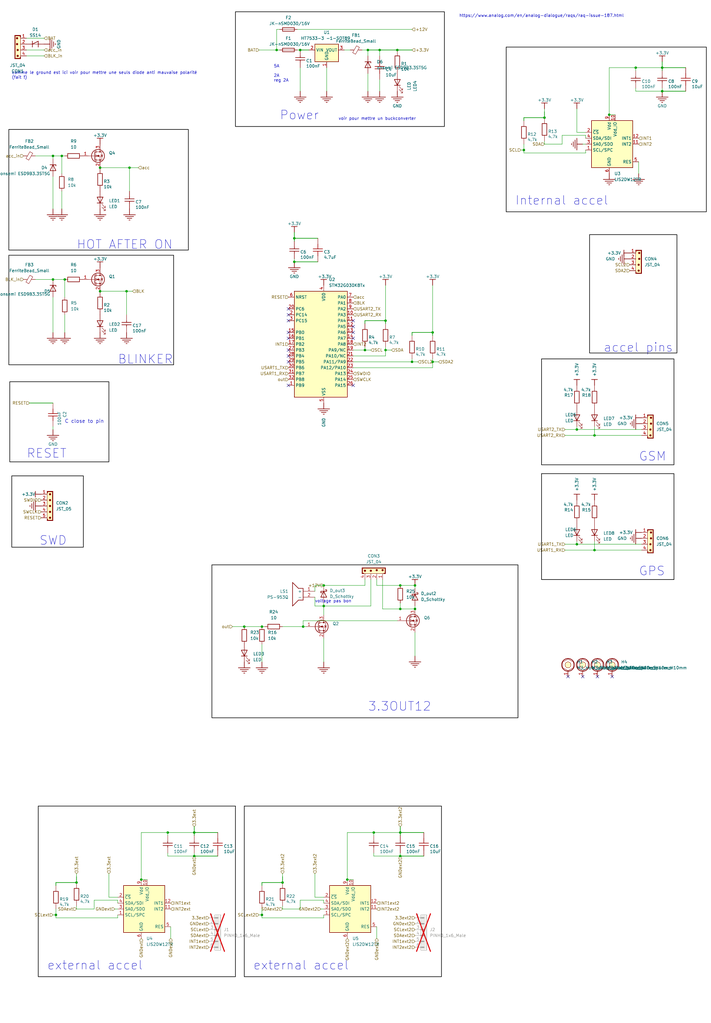
<source format=kicad_sch>
(kicad_sch (version 20231120) (generator "eeschema") (generator_version "8.0")
  (paper "User" 306.807 441.655)
  (junction (at 130.81 270.51))
  (junction (at 177.8 156.21))
  (junction (at 43.18 125.73))
  (junction (at 234.95 50.8))
  (junction (at 113.03 394.97))
  (junction (at 60.96 379.73))
  (junction (at 22.86 120.65))
  (junction (at 262.89 49.53))
  (junction (at 83.82 369.57))
  (junction (at 248.92 185.42))
  (junction (at 171.45 21.59))
  (junction (at 172.72 262.89))
  (junction (at 43.18 72.39))
  (junction (at 105.41 270.51))
  (junction (at 166.37 138.43))
  (junction (at 113.03 270.51))
  (junction (at 163.83 21.59))
  (junction (at 22.86 67.31))
  (junction (at 33.02 381))
  (junction (at 274.32 29.21))
  (junction (at 119.38 21.59))
  (junction (at 157.48 151.13))
  (junction (at 72.39 359.41))
  (junction (at 179.07 262.89))
  (junction (at 256.54 237.49))
  (junction (at 139.7 261.62))
  (junction (at 172.72 369.57))
  (junction (at 54.61 125.73))
  (junction (at 24.13 394.97))
  (junction (at 179.07 252.73))
  (junction (at 186.69 143.51))
  (junction (at 26.67 67.31))
  (junction (at 139.7 252.73))
  (junction (at 83.82 359.41))
  (junction (at 256.54 187.96))
  (junction (at 166.37 151.13))
  (junction (at 149.86 379.73))
  (junction (at 55.88 72.39))
  (junction (at 27.94 120.65))
  (junction (at 127 113.03))
  (junction (at 248.92 234.95))
  (junction (at 226.06 64.77))
  (junction (at 161.29 359.41))
  (junction (at 285.75 39.37))
  (junction (at 285.75 29.21))
  (junction (at 172.72 359.41))
  (junction (at 129.54 21.59))
  (junction (at 186.69 156.21))
  (junction (at 127 102.87))
  (junction (at 158.75 21.59))
  (junction (at 172.72 252.73))
  (junction (at 121.92 381))
  (no_connect (at 124.46 133.35))
  (no_connect (at 124.46 151.13))
  (no_connect (at 124.46 156.21))
  (no_connect (at 251.46 292.1))
  (no_connect (at 124.46 166.37))
  (no_connect (at 124.46 135.89))
  (no_connect (at 152.4 143.51))
  (no_connect (at 152.4 166.37))
  (no_connect (at 124.46 146.05))
  (no_connect (at 124.46 153.67))
  (no_connect (at 152.4 146.05))
  (no_connect (at 257.81 292.1))
  (no_connect (at 245.11 292.1))
  (no_connect (at 152.4 138.43))
  (no_connect (at 124.46 138.43))
  (no_connect (at 264.16 292.1))
  (no_connect (at 152.4 140.97))
  (no_connect (at 124.46 143.51))
  (wire (pts (xy 160.02 250.19) (xy 160.02 261.62)))
  (wire (pts (xy 60.96 359.41) (xy 60.96 379.73)))
  (wire (pts (xy 138.43 392.43) (xy 139.7 392.43)))
  (wire (pts (xy 22.86 67.31) (xy 26.67 67.31)))
  (wire (pts (xy 166.37 151.13) (xy 166.37 153.67)))
  (wire (pts (xy 54.61 125.73) (xy 57.15 125.73)))
  (wire (pts (xy 24.13 396.24) (xy 50.8 396.24)))
  (wire (pts (xy 177.8 156.21) (xy 180.34 156.21)))
  (wire (pts (xy 226.06 52.07) (xy 226.06 50.8)) (stroke (width 0.254)))
  (wire (pts (xy 172.72 262.89) (xy 179.07 262.89)))
  (wire (pts (xy 83.82 369.57) (xy 93.98 369.57)) (stroke (width 0.254)))
  (wire (pts (xy 248.92 57.15) (xy 252.73 57.15)))
  (wire (pts (xy 242.57 62.23) (xy 234.95 62.23)))
  (wire (pts (xy 243.84 185.42) (xy 248.92 185.42)))
  (wire (pts (xy 139.7 261.62) (xy 139.7 265.43)))
  (wire (pts (xy 26.67 90.17) (xy 26.67 82.55)))
  (wire (pts (xy 33.02 381) (xy 33.02 378.46)) (stroke (width 0.254)))
  (wire (pts (xy 19.05 24.13) (xy 11.43 24.13)))
  (wire (pts (xy 54.61 135.89) (xy 54.61 125.73)))
  (wire (pts (xy 252.73 58.42) (xy 252.73 59.69)))
  (wire (pts (xy 256.54 187.96) (xy 276.86 187.96)))
  (wire (pts (xy 119.38 12.7) (xy 119.38 21.59)))
  (wire (pts (xy 158.75 31.75) (xy 158.75 39.37)))
  (wire (pts (xy 242.57 58.42) (xy 242.57 62.23)))
  (wire (pts (xy 248.92 46.99) (xy 248.92 57.15)))
  (wire (pts (xy 72.39 368.3) (xy 72.39 369.57)))
  (wire (pts (xy 50.8 388.62) (xy 40.64 388.62)))
  (wire (pts (xy 162.56 405.13) (xy 162.56 400.05)))
  (wire (pts (xy 83.82 368.3) (xy 83.82 369.57)))
  (wire (pts (xy 158.75 21.59) (xy 163.83 21.59)) (stroke (width 0.254)))
  (wire (pts (xy 151.13 21.59) (xy 148.59 21.59)))
  (wire (pts (xy 24.13 382.27) (xy 24.13 381)) (stroke (width 0.254)))
  (wire (pts (xy 166.37 123.19) (xy 166.37 138.43)))
  (wire (pts (xy 165.1 262.89) (xy 165.1 250.19)))
  (wire (pts (xy 22.86 120.65) (xy 27.94 120.65)))
  (wire (pts (xy 256.54 184.15) (xy 256.54 187.96)))
  (wire (pts (xy 135.89 261.62) (xy 139.7 261.62)))
  (wire (pts (xy 186.69 156.21) (xy 186.69 158.75)))
  (wire (pts (xy 26.67 74.93) (xy 26.67 67.31)))
  (wire (pts (xy 113.03 285.75) (xy 113.03 278.13)))
  (wire (pts (xy 49.53 392.43) (xy 50.8 392.43)))
  (wire (pts (xy 285.75 38.1) (xy 285.75 39.37)))
  (wire (pts (xy 127 111.76) (xy 127 113.03)))
  (wire (pts (xy 182.88 359.41) (xy 172.72 359.41)) (stroke (width 0.254)))
  (wire (pts (xy 248.92 234.95) (xy 276.86 234.95)))
  (wire (pts (xy 60.96 379.73) (xy 63.5 379.73)))
  (wire (pts (xy 22.86 68.58) (xy 22.86 67.31)))
  (wire (pts (xy 46.99 377.19) (xy 46.99 387.35)))
  (wire (pts (xy 161.29 368.3) (xy 161.29 369.57)))
  (wire (pts (xy 113.03 270.51) (xy 114.3 270.51)))
  (wire (pts (xy 172.72 356.87) (xy 172.72 359.41)) (stroke (width 0.254)))
  (wire (pts (xy 226.06 64.77) (xy 224.79 64.77)))
  (wire (pts (xy 179.07 252.73) (xy 179.07 254)))
  (wire (pts (xy 139.7 388.62) (xy 129.54 388.62)))
  (wire (pts (xy 22.86 90.17) (xy 22.86 76.2)))
  (wire (pts (xy 166.37 153.67) (xy 152.4 153.67)))
  (wire (pts (xy 226.06 62.23) (xy 226.06 64.77)))
  (wire (pts (xy 162.56 252.73) (xy 162.56 250.19)))
  (wire (pts (xy 130.81 270.51) (xy 132.08 270.51)))
  (wire (pts (xy 129.54 388.62) (xy 129.54 392.43)))
  (wire (pts (xy 262.89 49.53) (xy 265.43 49.53)))
  (wire (pts (xy 163.83 39.37) (xy 163.83 34.29)))
  (wire (pts (xy 72.39 359.41) (xy 83.82 359.41)))
  (wire (pts (xy 166.37 151.13) (xy 168.91 151.13)))
  (wire (pts (xy 24.13 392.43) (xy 24.13 394.97)))
  (wire (pts (xy 40.64 392.43) (xy 33.02 392.43)))
  (wire (pts (xy 243.84 234.95) (xy 248.92 234.95)))
  (wire (pts (xy 226.06 66.04) (xy 252.73 66.04)))
  (wire (pts (xy 130.81 267.97) (xy 130.81 270.51)))
  (wire (pts (xy 149.86 359.41) (xy 161.29 359.41)))
  (wire (pts (xy 177.8 154.94) (xy 177.8 156.21)))
  (wire (pts (xy 15.24 67.31) (xy 22.86 67.31)))
  (wire (pts (xy 113.03 396.24) (xy 139.7 396.24)))
  (wire (pts (xy 127 100.33) (xy 127 102.87)) (stroke (width 0.254)))
  (wire (pts (xy 274.32 38.1) (xy 274.32 39.37)))
  (wire (pts (xy 121.92 270.51) (xy 130.81 270.51)))
  (wire (pts (xy 73.66 405.13) (xy 73.66 400.05)))
  (wire (pts (xy 186.69 123.19) (xy 186.69 143.51)))
  (wire (pts (xy 55.88 72.39) (xy 55.88 82.55)))
  (wire (pts (xy 172.72 368.3) (xy 172.72 369.57)))
  (wire (pts (xy 113.03 396.24) (xy 113.03 394.97)))
  (wire (pts (xy 262.89 29.21) (xy 262.89 49.53)))
  (wire (pts (xy 24.13 394.97) (xy 22.86 394.97)))
  (wire (pts (xy 152.4 151.13) (xy 157.48 151.13)))
  (wire (pts (xy 285.75 29.21) (xy 285.75 30.48)) (stroke (width 0.254)))
  (wire (pts (xy 135.89 387.35) (xy 139.7 387.35)))
  (wire (pts (xy 256.54 233.68) (xy 256.54 237.49)))
  (wire (pts (xy 129.54 392.43) (xy 121.92 392.43)))
  (wire (pts (xy 165.1 262.89) (xy 172.72 262.89)))
  (wire (pts (xy 83.82 356.87) (xy 83.82 359.41)) (stroke (width 0.254)))
  (wire (pts (xy 285.75 39.37) (xy 295.91 39.37)) (stroke (width 0.254)))
  (wire (pts (xy 137.16 102.87) (xy 127 102.87)) (stroke (width 0.254)))
  (wire (pts (xy 161.29 359.41) (xy 172.72 359.41)))
  (wire (pts (xy 60.96 359.41) (xy 72.39 359.41)))
  (wire (pts (xy 274.32 30.48) (xy 274.32 29.21)))
  (wire (pts (xy 179.07 261.62) (xy 179.07 262.89)))
  (wire (pts (xy 248.92 233.68) (xy 248.92 234.95)))
  (wire (pts (xy 256.54 237.49) (xy 276.86 237.49)))
  (wire (pts (xy 50.8 396.24) (xy 50.8 394.97)))
  (wire (pts (xy 171.45 21.59) (xy 177.8 21.59)) (stroke (width 0.254)))
  (wire (pts (xy 139.7 396.24) (xy 139.7 394.97)))
  (wire (pts (xy 234.95 46.99) (xy 234.95 48.26)))
  (wire (pts (xy 113.03 381) (xy 121.92 381)) (stroke (width 0.254)))
  (wire (pts (xy 172.72 252.73) (xy 179.07 252.73)))
  (wire (pts (xy 275.59 74.93) (xy 275.59 69.85)))
  (wire (pts (xy 129.54 39.37) (xy 129.54 29.21)))
  (wire (pts (xy 179.07 283.21) (xy 179.07 273.05)))
  (wire (pts (xy 135.89 255.27) (xy 135.89 252.73)))
  (wire (pts (xy 152.4 156.21) (xy 177.8 156.21)))
  (wire (pts (xy 135.89 252.73) (xy 139.7 252.73)))
  (wire (pts (xy 234.95 50.8) (xy 234.95 48.26)) (stroke (width 0.254)))
  (wire (pts (xy 24.13 381) (xy 33.02 381)) (stroke (width 0.254)))
  (wire (pts (xy 139.7 388.62) (xy 139.7 389.89)))
  (wire (pts (xy 226.06 50.8) (xy 234.95 50.8)) (stroke (width 0.254)))
  (wire (pts (xy 172.72 260.35) (xy 172.72 262.89)))
  (wire (pts (xy 251.46 62.23) (xy 252.73 62.23)))
  (wire (pts (xy 166.37 138.43) (xy 166.37 139.7)) (stroke (width 0.254)))
  (wire (pts (xy 27.94 128.27) (xy 27.94 120.65)))
  (wire (pts (xy 100.33 270.51) (xy 105.41 270.51)))
  (wire (pts (xy 243.84 187.96) (xy 256.54 187.96)))
  (wire (pts (xy 157.48 138.43) (xy 166.37 138.43)) (stroke (width 0.254)))
  (wire (pts (xy 163.83 21.59) (xy 163.83 24.13)))
  (wire (pts (xy 72.39 369.57) (xy 83.82 369.57)))
  (wire (pts (xy 156.21 21.59) (xy 158.75 21.59)))
  (wire (pts (xy 172.72 359.41) (xy 172.72 360.68)) (stroke (width 0.254)))
  (wire (pts (xy 157.48 139.7) (xy 157.48 138.43)) (stroke (width 0.254)))
  (wire (pts (xy 186.69 156.21) (xy 189.23 156.21)))
  (wire (pts (xy 26.67 67.31) (xy 27.94 67.31)))
  (wire (pts (xy 172.72 369.57) (xy 182.88 369.57)) (stroke (width 0.254)))
  (wire (pts (xy 234.95 60.96) (xy 234.95 62.23)))
  (wire (pts (xy 163.83 21.59) (xy 171.45 21.59)) (stroke (width 0.254)))
  (wire (pts (xy 19.05 21.59) (xy 11.43 21.59)))
  (wire (pts (xy 171.45 267.97) (xy 130.81 267.97)))
  (wire (pts (xy 27.94 143.51) (xy 27.94 135.89)))
  (wire (pts (xy 177.8 12.7) (xy 128.27 12.7)))
  (wire (pts (xy 111.76 21.59) (xy 119.38 21.59)))
  (wire (pts (xy 161.29 369.57) (xy 172.72 369.57)))
  (wire (pts (xy 22.86 143.51) (xy 22.86 128.27)))
  (wire (pts (xy 160.02 261.62) (xy 139.7 261.62)))
  (wire (pts (xy 33.02 391.16) (xy 33.02 392.43)))
  (wire (pts (xy 152.4 158.75) (xy 186.69 158.75)))
  (wire (pts (xy 157.48 151.13) (xy 160.02 151.13)))
  (wire (pts (xy 46.99 387.35) (xy 50.8 387.35)))
  (wire (pts (xy 128.27 21.59) (xy 129.54 21.59)))
  (wire (pts (xy 105.41 270.51) (xy 113.03 270.51)))
  (wire (pts (xy 262.89 29.21) (xy 274.32 29.21)))
  (wire (pts (xy 285.75 26.67) (xy 285.75 29.21)) (stroke (width 0.254)))
  (wire (pts (xy 177.8 143.51) (xy 186.69 143.51)) (stroke (width 0.254)))
  (wire (pts (xy 157.48 252.73) (xy 139.7 252.73)))
  (wire (pts (xy 121.92 381) (xy 121.92 378.46)) (stroke (width 0.254)))
  (wire (pts (xy 43.18 125.73) (xy 54.61 125.73)))
  (wire (pts (xy 139.7 285.75) (xy 139.7 275.59)))
  (wire (pts (xy 12.7 173.99) (xy 22.86 173.99)) (stroke (width 0.254)))
  (wire (pts (xy 119.38 21.59) (xy 120.65 21.59)))
  (wire (pts (xy 121.92 377.19) (xy 121.92 378.46)))
  (wire (pts (xy 157.48 149.86) (xy 157.48 151.13)))
  (wire (pts (xy 119.38 12.7) (xy 120.65 12.7)))
  (wire (pts (xy 121.92 391.16) (xy 121.92 392.43)))
  (wire (pts (xy 252.73 66.04) (xy 252.73 64.77)))
  (wire (pts (xy 274.32 39.37) (xy 285.75 39.37)))
  (wire (pts (xy 161.29 360.68) (xy 161.29 359.41)))
  (wire (pts (xy 158.75 24.13) (xy 158.75 21.59)))
  (wire (pts (xy 113.03 394.97) (xy 111.76 394.97)))
  (wire (pts (xy 243.84 237.49) (xy 256.54 237.49)))
  (wire (pts (xy 135.89 257.81) (xy 135.89 261.62)))
  (wire (pts (xy 226.06 66.04) (xy 226.06 64.77)))
  (wire (pts (xy 43.18 72.39) (xy 55.88 72.39)))
  (wire (pts (xy 83.82 359.41) (xy 83.82 360.68)) (stroke (width 0.254)))
  (wire (pts (xy 162.56 252.73) (xy 172.72 252.73)))
  (wire (pts (xy 248.92 185.42) (xy 276.86 185.42)))
  (wire (pts (xy 50.8 388.62) (xy 50.8 389.89)))
  (wire (pts (xy 22.86 184.15) (xy 22.86 185.42)))
  (wire (pts (xy 127 102.87) (xy 127 104.14)) (stroke (width 0.254)))
  (wire (pts (xy 113.03 382.27) (xy 113.03 381)) (stroke (width 0.254)))
  (wire (pts (xy 55.88 72.39) (xy 59.69 72.39)))
  (wire (pts (xy 166.37 151.13) (xy 166.37 149.86)))
  (wire (pts (xy 15.24 120.65) (xy 22.86 120.65)))
  (wire (pts (xy 24.13 396.24) (xy 24.13 394.97)))
  (wire (pts (xy 295.91 29.21) (xy 285.75 29.21)) (stroke (width 0.254)))
  (wire (pts (xy 113.03 392.43) (xy 113.03 394.97)))
  (wire (pts (xy 127 113.03) (xy 137.16 113.03)) (stroke (width 0.254)))
  (wire (pts (xy 33.02 377.19) (xy 33.02 378.46)))
  (wire (pts (xy 177.8 144.78) (xy 177.8 143.51)) (stroke (width 0.254)))
  (wire (pts (xy 140.97 39.37) (xy 140.97 29.21)))
  (wire (pts (xy 149.86 379.73) (xy 152.4 379.73)))
  (wire (pts (xy 129.54 21.59) (xy 133.35 21.59)) (stroke (width 0.254)))
  (wire (pts (xy 186.69 156.21) (xy 186.69 154.94)))
  (wire (pts (xy 274.32 29.21) (xy 285.75 29.21)))
  (wire (pts (xy 149.86 359.41) (xy 149.86 379.73)))
  (wire (pts (xy 93.98 359.41) (xy 83.82 359.41)) (stroke (width 0.254)))
  (wire (pts (xy 248.92 184.15) (xy 248.92 185.42)))
  (wire (pts (xy 157.48 250.19) (xy 157.48 252.73)))
  (wire (pts (xy 139.7 260.35) (xy 139.7 261.62)))
  (wire (pts (xy 252.73 58.42) (xy 242.57 58.42)))
  (wire (pts (xy 186.69 143.51) (xy 186.69 144.78)) (stroke (width 0.254)))
  (wire (pts (xy 135.89 377.19) (xy 135.89 387.35)))
  (wire (pts (xy 40.64 388.62) (xy 40.64 392.43)))
  (wire (pts (xy 11.43 16.51) (xy 19.05 16.51)))
  (wire (pts (xy 72.39 360.68) (xy 72.39 359.41)))
  (rectangle (start 5.08 205.4352) (end 35.974 236.22) (stroke (width 0.254) (color 0 0 0 1)))
  (rectangle (start 233.68 154.94) (end 290.83 200.66) (stroke (width 0.254) (color 0 0 0 1)))
  (rectangle (start 254.414 101.2952) (end 292.1 152.4) (stroke (width 0.254) (color 0 0 0 1)))
  (rectangle (start 105.41 347.98) (end 190.5 421.64) (stroke (width 0.254) (color 0 0 0 1)))
  (rectangle (start 101.6 5.08) (end 191.77 54.61) (stroke (width 0.254) (color 0 0 0 1)))
  (rectangle (start 3.81 110.1852) (end 74.93 157.48) (stroke (width 0.254) (color 0 0 0 1)))
  (rectangle (start 4.224 164.7952) (end 46.99 199.39) (stroke (width 0.254) (color 0 0 0 1)))
  (rectangle (start 233.68 204.47) (end 290.83 250.19) (stroke (width 0.254) (color 0 0 0 1)))
  (rectangle (start 3.81 55.88) (end 81.28 107.95) (stroke (width 0.254) (color 0 0 0 1)))
  (rectangle (start 16.51 347.98) (end 101.6 421.64) (stroke (width 0.254) (color 0 0 0 1)))
  (rectangle (start 218.44 20.32) (end 304.8 91.44) (stroke (width 0.254) (color 0 0 0 1)))
  (rectangle (start 91.44 243.84) (end 223.52 309.88) (stroke (width 0.254) (color 0 0 0 1)))
  (text "isolateur I2C\n" (at 318.77 125.73 0) (effects (font (size 1.27 1.27)) (justify left bottom)))
  (text "accel pins" (at 260.35 152.4 0) (effects (font (size 3.81 3.81)) (justify left bottom)))
  (text "GSM" (at 275.59 199.39 0) (effects (font (size 3.81 3.81)) (justify left bottom)))
  (text "voltage pas bon" (at 135.89 260.35 0) (effects (font (size 1.27 1.27)) (justify left bottom)))
  (text "RESET" (at 11.43 198.12 0) (effects (font (size 3.81 3.81)) (justify left bottom)))
  (text "BLINKER" (at 50.8 157.48 0) (effects (font (size 3.81 3.81)) (justify left bottom)))
  (text "5A\n\n2A\nreg 2A" (at 118.11 35.56 0) (effects (font (size 1.27 1.27)) (justify left bottom)))
  (text "Internal accel" (at 222.25 88.9 0) (effects (font (size 3.81 3.81)) (justify left bottom)))
  (text "comme le ground est ici voir pour mettre une seuls diode anti mauvaise polarité\n(fait !)" (at 5.08 34.29 0) (effects (font (size 1.27 1.27)) (justify left bottom)))
  (text "C close to pin" (at 27.94 182.88 0) (effects (font (size 1.524 1.524)) (justify left bottom)))
  (text "voir pour mettre un buckconverter" (at 146.05 52.07 0) (effects (font (size 1.27 1.27)) (justify left bottom)))
  (text "todo : Intégrer sécurité en cas de tentatives de faire un cc" (at 314.96 129.54 0) (effects (font (size 1.524 1.524)) (justify left bottom)))
  (text "https://www.ti.com/lit/an/slla417b/slla417b.pdf?ts=1702923003859" (at 313.69 119.38 0) (effects (font (size 1.27 1.27)) (justify left bottom)))
  (text "GPS" (at 275.59 248.92 0) (effects (font (size 3.81 3.81)) (justify left bottom)))
  (text "Power" (at 120.65 52.07 0) (effects (font (size 3.81 3.81)) (justify left bottom)))
  (text "external accel" (at 109.22 419.1 0) (effects (font (size 3.81 3.81)) (justify left bottom)))
  (text "3.3OUT12\n" (at 158.75 307.34 0) (effects (font (size 3.81 3.81)) (justify left bottom)))
  (text "https://www.analog.com/en/analog-dialogue/raqs/raq-issue-187.html" (at 198.12 7.62 0) (effects (font (size 1.27 1.27)) (justify left bottom)))
  (text "SWD" (at 16.924 235.7032 0) (effects (font (size 3.81 3.81)) (justify left bottom)))
  (text "external accel" (at 20.32 419.1 0) (effects (font (size 3.81 3.81)) (justify left bottom)))
  (text "HOT AFTER ON" (at 33.02 107.95 0) (effects (font (size 3.81 3.81)) (justify left bottom)))
  (hierarchical_label "USART2_TX" (shape input) (at 152.4 133.35 0))
  (hierarchical_label "USART1_RX" (shape input) (at 124.46 161.29 180))
  (hierarchical_label "3.3ext2" (shape input) (at 172.72 356.87 90))
  (hierarchical_label "INT1" (shape input) (at 124.46 148.59 180))
  (hierarchical_label "BLK_in" (shape input) (at 10.16 120.65 180))
  (hierarchical_label "USART2_TX" (shape input) (at 243.84 185.42 180))
  (hierarchical_label "SDAext" (shape input) (at 33.02 392.43 180))
  (hierarchical_label "USART1_RX" (shape input) (at 243.84 237.49 180))
  (hierarchical_label "SDA" (shape input) (at 234.95 62.23 180))
  (hierarchical_label "SDA2" (shape input) (at 271.78 116.84 180))
  (hierarchical_label "RESET" (shape input) (at 17.78 223.52 180))
  (hierarchical_label "GNDext" (shape input) (at 60.96 405.13 270))
  (hierarchical_label "SCLext" (shape input) (at 90.17 401.32 180))
  (hierarchical_label "SDAext2" (shape input) (at 121.92 392.43 180))
  (hierarchical_label "BLK" (shape input) (at 57.15 125.73 0))
  (hierarchical_label "BAT" (shape input) (at 111.76 21.59 180))
  (hierarchical_label "INT2ext2" (shape input) (at 179.07 408.94 180))
  (hierarchical_label "USART1_TX" (shape input) (at 124.46 158.75 180))
  (hierarchical_label "out" (shape input) (at 100.33 270.51 180))
  (hierarchical_label "SCLext" (shape input) (at 22.86 394.97 180))
  (hierarchical_label "3.3ext2" (shape input) (at 179.07 396.24 180))
  (hierarchical_label "INT2" (shape input) (at 275.59 62.23 0))
  (hierarchical_label "SDA2" (shape input) (at 189.23 156.21 0))
  (hierarchical_label "+12V" (shape input) (at 177.8 12.7 0))
  (hierarchical_label "3.3ext" (shape input) (at 90.17 396.24 180))
  (hierarchical_label "INT2" (shape input) (at 152.4 148.59 0))
  (hierarchical_label "SWCLK" (shape input) (at 17.78 220.98 180))
  (hierarchical_label "INT1ext" (shape input) (at 90.17 406.4 180))
  (hierarchical_label "INT1ext2" (shape input) (at 179.07 406.4 180))
  (hierarchical_label "SDA" (shape input) (at 168.91 151.13 0))
  (hierarchical_label "INT1ext2" (shape input) (at 162.56 389.89 0))
  (hierarchical_label "+3.3V" (shape input) (at 177.8 21.59 0))
  (hierarchical_label "SCL2" (shape input) (at 271.78 114.3 180))
  (hierarchical_label "BAT" (shape input) (at 19.05 16.51 0))
  (hierarchical_label "SCL" (shape input) (at 160.02 151.13 0))
  (hierarchical_label "GNDext2" (shape input) (at 172.72 369.57 270))
  (hierarchical_label "RESET" (shape input) (at 124.46 128.27 180))
  (hierarchical_label "GNDext" (shape input) (at 49.53 392.43 180))
  (hierarchical_label "out" (shape input) (at 124.46 163.83 180))
  (hierarchical_label "INT1" (shape input) (at 275.59 59.69 0))
  (hierarchical_label "USART2_RX" (shape input) (at 152.4 135.89 0))
  (hierarchical_label "acc_in" (shape input) (at 10.16 67.31 180))
  (hierarchical_label "GNDext2" (shape input) (at 138.43 392.43 180))
  (hierarchical_label "3.3ext2" (shape input) (at 121.92 377.19 90))
  (hierarchical_label "SDAext" (shape input) (at 90.17 403.86 180))
  (hierarchical_label "GNDext2" (shape input) (at 162.56 405.0721 270))
  (hierarchical_label "3.3ext" (shape input) (at 33.02 377.19 90))
  (hierarchical_label "SWDIO" (shape input) (at 17.78 215.9 180))
  (hierarchical_label "GNDext" (shape input) (at 83.82 369.57 270))
  (hierarchical_label "SCL" (shape input) (at 224.79 64.77 180))
  (hierarchical_label "SWCLK" (shape input) (at 152.4 163.83 0))
  (hierarchical_label "+12V" (shape input) (at 139.7 252.73 180))
  (hierarchical_label "3.3ext" (shape input) (at 83.82 356.87 90))
  (hierarchical_label "INT2ext" (shape input) (at 73.66 392.43 0))
  (hierarchical_label "RESET" (shape input) (at 12.7 173.99 180))
  (hierarchical_label "acc_in" (shape input) (at 19.05 21.59 0))
  (hierarchical_label "GNDext2" (shape input) (at 149.86 405.13 270))
  (hierarchical_label "INT2ext" (shape input) (at 90.17 408.94 180))
  (hierarchical_label "3.3ext2" (shape input) (at 135.89 377.19 90))
  (hierarchical_label "3.3ext" (shape input) (at 46.99 377.19 90))
  (hierarchical_label "SCLext2" (shape input) (at 111.76 394.97 180))
  (hierarchical_label "INT2ext2" (shape input) (at 162.56 392.43 0))
  (hierarchical_label "SCLext2" (shape input) (at 179.07 401.32 180))
  (hierarchical_label "acc" (shape input) (at 59.69 72.39 0))
  (hierarchical_label "BLK_in" (shape input) (at 19.05 24.13 0))
  (hierarchical_label "GNDext" (shape input) (at 73.66 405.0721 270))
  (hierarchical_label "SCL2" (shape input) (at 180.34 156.21 0))
  (hierarchical_label "INT1ext" (shape input) (at 73.66 389.89 0))
  (hierarchical_label "BLK" (shape input) (at 152.4 130.81 0))
  (hierarchical_label "GNDext2" (shape input) (at 179.07 398.78 180))
  (hierarchical_label "USART1_TX" (shape input) (at 243.84 234.95 180))
  (hierarchical_label "SDAext2" (shape input) (at 179.07 403.86 180))
  (hierarchical_label "GNDext" (shape input) (at 90.17 398.78 180))
  (hierarchical_label "USART2_RX" (shape input) (at 243.84 187.96 180))
  (hierarchical_label "acc" (shape input) (at 152.4 128.27 0))
  (hierarchical_label "SWDIO" (shape input) (at 152.4 161.29 0))
  (symbol (lib_id "pro1-altium-import:+3.3V") (at 17.78 213.36 270) (unit 1)
    (property "Reference" "#PWR0109" (effects (hide yes)))
    (property "Value" "+3.3V" (at 15.24 213.36 90) (effects (justify right)))
  )
  (symbol (lib_id "Device:LED") (at 43.18 86.36 90) (unit 1)
    (property "Reference" "LED1" (at 46.99 86.6775 90) (effects (justify right)))
    (property "Value" "LED" (at 46.99 89.2175 90) (effects (justify right)))
    (property "Footprint" "LED_SMD:LED_0603_1608Metric" (effects (hide yes)))
    (property "LCSC Part Number" "C965799" (effects (hide yes)))
    (property "Manufacturer_Part_Number" "XL-1608SURC-06" (effects (hide yes)))
  )
  (symbol (lib_id "pro1-altium-import:root_1_100nF") (at 127 107.95 0) (unit 1)
    (property "Reference" "C6" (at 129.54 109.493 0) (effects (justify left bottom)))
    (property "Value" "100nF" (at 129.54 111.805 0) (effects (justify left bottom)))
    (property "Footprint" "Capacitor_SMD:C_0402_1005Metric" (effects (hide yes)))
    (property "NAMEALIAS" "Value" (effects (hide yes)))
    (property "SPICEPRE" "C" (effects (hide yes)))
    (property "SPICESYMBOLNAME" "0603B104K500NT" (effects (hide yes)))
    (property "LCSC Part Number" "C392963" (effects (hide yes)))
    (property "Manufacturer_Part_Number" "TCC0402X7R104K160AT" (effects (hide yes)))
  )
  (symbol (lib_id "pro1-altium-import:GND") (at 158.75 39.37 0) (unit 1)
    (property "Reference" "#PWR024" (effects (hide yes)))
    (property "Value" "GND" (effects (hide yes)))
  )
  (symbol (lib_id "pro1-altium-import:GND") (at 139.7 173.99 0) (unit 1)
    (property "Reference" "#PWR01" (effects (hide yes)))
    (property "Value" "GND" (at 139.7 180.34 90) (effects (justify right)))
  )
  (symbol (lib_id "Device:R") (at 31.75 67.31 90) (unit 1)
    (property "Reference" "R9" (at 31.75 60.96 90))
    (property "Value" "10" (at 31.75 63.5 90))
    (property "Footprint" "Resistor_SMD:R_0402_1005Metric" (effects (hide yes)))
    (property "LCSC Part Number" "C102753" (effects (hide yes)))
    (property "Manufacturer_Part_Number" "RTT02100JTH" (effects (hide yes)))
  )
  (symbol (lib_id "Sensor_Motion:LIS2DE12") (at 60.96 392.43 0) (unit 1)
    (property "Reference" "U4" (at 63.1541 405.13 0) (effects (justify left)))
    (property "Value" "LIS2DW12TR" (at 63.1541 407.67 0) (effects (justify left)))
    (property "Footprint" "Package_LGA:LGA-12_2x2mm_P0.5mm" (effects (hide yes)))
    (property "Datasheet" "https://www.st.com/resource/en/datasheet/lis2DE12.pdf" (effects (hide yes)))
    (property "LCSC Part Number" "C189624" (effects (hide yes)))
    (property "Manufacturer_Part_Number" "LIS2DW12TR" (effects (hide yes)))
  )
  (symbol (lib_id "pro1-altium-import:root_2_100nf") (at 22.86 179.07 270) (unit 1)
    (property "Reference" "C2" (at 27.209 177.554 0) (effects (justify left bottom)))
    (property "Value" "100nF" (at 24.913 177.554 0) (effects (justify left bottom)))
    (property "Footprint" "Capacitor_SMD:C_0402_1005Metric" (effects (hide yes)))
    (property "NAMEALIAS" "Value(F)" (effects (hide yes)))
    (property "SPICEPRE" "C" (effects (hide yes)))
    (property "SPICESYMBOLNAME" "C_0603_US" (effects (hide yes)))
    (property "LCSC Part Number" "C392963" (effects (hide yes)))
    (property "Manufacturer_Part_Number" "TCC0402X7R104K160AT" (effects (hide yes)))
  )
  (symbol (lib_id "pro1-altium-import:GND") (at 22.86 143.51 0) (unit 1)
    (property "Reference" "#PWR023" (effects (hide yes)))
    (property "Value" "GND" (effects (hide yes)))
  )
  (symbol (lib_id "pro1-altium-import:root_1_1k") (at 256.54 220.98 180) (unit 1)
    (property "Reference" "R15" (at 255.016 219.403 0) (effects (justify left bottom)))
    (property "Value" "4.7k" (at 255.016 217.09 0) (effects (justify left bottom)))
    (property "Footprint" "Resistor_SMD:R_0402_1005Metric" (effects (hide yes)))
    (property "NAMEALIAS" "Value(Ω)" (effects (hide yes)))
    (property "SPICEPRE" "R" (effects (hide yes)))
    (property "SPICESYMBOLNAME" "Resistor" (effects (hide yes)))
    (property "LCSC Part Number" "C2906941" (effects (hide yes)))
    (property "Manufacturer_Part_Number" "FRC0402J472 TS" (effects (hide yes)))
  )
  (symbol (lib_id "PCM_SL_Pin_Headers:PINHD_1x6_Male") (at 182.88 402.59 0) (unit 1) (in_bom no) (dnp yes)
    (property "Reference" "J2" (at 185.42 401.32 0) (effects (justify left)))
    (property "Value" "PINHD_1x6_Male" (at 185.42 403.86 0) (effects (justify left)))
    (property "Footprint" "Connector_PinHeader_2.54mm:PinHeader_1x06_P2.54mm_Vertical" (effects (hide yes)))
  )
  (symbol (lib_id "pro1-altium-import:GND") (at 171.45 39.37 0) (unit 1)
    (property "Reference" "#PWR06" (effects (hide yes)))
    (property "Value" "GND" (at 171.45 45.72 0))
  )
  (symbol (lib_id "Device:Fuse") (at 124.46 12.7 90) (unit 1)
    (property "Reference" "F2" (at 124.46 7.62 90))
    (property "Value" " JK-nSMD030/16V" (at 124.46 10.16 90))
    (property "Footprint" "Fuse:Fuse_1206_3216Metric" (effects (hide yes)))
    (property "LCSC Part Number" "C2830239" (effects (hide yes)))
    (property "Manufacturer_Part_Number" "JK-nSMD030/16V" (effects (hide yes)))
  )
  (symbol (lib_id "pro1-altium-import:+3.3V") (at 271.78 109.22 270) (unit 1)
    (property "Reference" "#PWR0104" (effects (hide yes)))
    (property "Value" "+3.3V" (at 267.97 109.22 90) (effects (justify right)))
  )
  (symbol (lib_id "pro1-altium-import:root_3_4.7kΩ") (at 24.13 387.35 0) (unit 1)
    (property "Reference" "R19" (at 25.654 388.893 0) (effects (justify left bottom)))
    (property "Value" "4.7k" (at 25.654 391.205 0) (effects (justify left bottom)))
    (property "Footprint" "Resistor_SMD:R_0402_1005Metric" (effects (hide yes)))
    (property "NAMEALIAS" "Resistance" (effects (hide yes)))
    (property "RESISTANCE (OHMS)" "4.7K" (effects (hide yes)))
    (property "SPICEPRE" "R" (effects (hide yes)))
    (property "SPICESYMBOLNAME" "0603WAF4701T5E" (effects (hide yes)))
    (property "LCSC Part Number" "C2906941" (effects (hide yes)))
    (property "Manufacturer_Part_Number" "FRC0402J472 TS" (effects (hide yes)))
  )
  (symbol (lib_id "Device:LED") (at 105.41 281.94 90) (unit 1)
    (property "Reference" "LED3" (at 109.22 282.2575 90) (effects (justify right)))
    (property "Value" "LED" (at 109.22 284.7975 90) (effects (justify right)))
    (property "Footprint" "LED_SMD:LED_0603_1608Metric" (effects (hide yes)))
    (property "LCSC Part Number" "C965799" (effects (hide yes)))
    (property "Manufacturer_Part_Number" "XL-1608SURC-06" (effects (hide yes)))
  )
  (symbol (lib_id "pro1-altium-import:root_1_1k") (at 248.92 220.98 180) (unit 1)
    (property "Reference" "R14" (at 247.396 219.403 0) (effects (justify left bottom)))
    (property "Value" "4.7k" (at 247.396 217.09 0) (effects (justify left bottom)))
    (property "Footprint" "Resistor_SMD:R_0402_1005Metric" (effects (hide yes)))
    (property "NAMEALIAS" "Value(Ω)" (effects (hide yes)))
    (property "SPICEPRE" "R" (effects (hide yes)))
    (property "SPICESYMBOLNAME" "Resistor" (effects (hide yes)))
    (property "LCSC Part Number" "C2906941" (effects (hide yes)))
    (property "Manufacturer_Part_Number" "FRC0402J472 TS" (effects (hide yes)))
  )
  (symbol (lib_id "PCM_SL_Mechanical:M3_Hole_With_Spacer_H10mm") (at 257.81 287.02 0) (unit 1) (in_bom no)
    (property "Reference" "H3" (at 261.62 285.75 0) (effects (justify left)))
    (property "Value" "M3_Hole_With_Spacer_H10mm" (at 261.62 288.29 0) (effects (justify left)))
    (property "Footprint" "PCM_SL_Mechanical:MountingHole_3.2mm_With_Spacer_H10mm" (effects (hide yes)))
  )
  (symbol (lib_id "pro1-altium-import:+3.3V") (at 139.7 123.19 180) (unit 1)
    (property "Reference" "#PWR03" (effects (hide yes)))
    (property "Value" "+3.3V" (at 137.16 119.38 0) (effects (justify right)))
  )
  (symbol (lib_id "pro1-altium-import:root_1_4.7uF") (at 93.98 364.49 0) (unit 1)
    (property "Reference" "C13" (at 96.52 366.033 0) (effects (justify left bottom)))
    (property "Value" "10uF" (at 96.52 368.345 0) (effects (justify left bottom)))
    (property "Footprint" "Capacitor_SMD:C_0402_1005Metric" (effects (hide yes)))
    (property "NAMEALIAS" "Value(F)" (effects (hide yes)))
    (property "SPICEPRE" "C" (effects (hide yes)))
    (property "SPICESYMBOLNAME" "C_0603_US" (effects (hide yes)))
    (property "LCSC Part Number" "C15525" (effects (hide yes)))
    (property "Manufacturer_Part_Number" "CL05A106MQ5NUNC" (effects (hide yes)))
  )
  (symbol (lib_id "Device:R") (at 31.75 120.65 90) (unit 1)
    (property "Reference" "R6" (at 31.75 114.3 90))
    (property "Value" "10" (at 31.75 116.84 90))
    (property "Footprint" "Resistor_SMD:R_0402_1005Metric" (effects (hide yes)))
    (property "LCSC Part Number" "C102753" (effects (hide yes)))
    (property "Manufacturer_Part_Number" "RTT02100JTH" (effects (hide yes)))
  )
  (symbol (lib_id "Device:Fuse") (at 124.46 21.59 90) (unit 1)
    (property "Reference" "F1" (at 124.46 16.51 90))
    (property "Value" " JK-nSMD030/16V" (at 124.46 19.05 90))
    (property "Footprint" "Fuse:Fuse_1206_3216Metric" (effects (hide yes)))
    (property "LCSC Part Number" "C2830239" (effects (hide yes)))
    (property "Manufacturer_Part_Number" "JK-nSMD030/16V" (effects (hide yes)))
  )
  (symbol (lib_id "Sensor_Motion:LIS2DE12") (at 262.89 62.23 0) (unit 1)
    (property "Reference" "U3" (at 265.0841 74.93 0) (effects (justify left)))
    (property "Value" "LIS2DW12TR" (at 265.0841 77.47 0) (effects (justify left)))
    (property "Footprint" "Package_LGA:LGA-12_2x2mm_P0.5mm" (effects (hide yes)))
    (property "Datasheet" "https://www.st.com/resource/en/datasheet/lis2DE12.pdf" (effects (hide yes)))
    (property "LCSC Part Number" "C189624" (effects (hide yes)))
    (property "Manufacturer_Part_Number" "LIS2DW12TR" (effects (hide yes)))
  )
  (symbol (lib_id "pro1-altium-import:root_1_100nF") (at 55.88 86.36 0) (unit 1)
    (property "Reference" "C7" (at 58.42 87.903 0) (effects (justify left bottom)))
    (property "Value" "100nF" (at 58.42 90.215 0) (effects (justify left bottom)))
    (property "Footprint" "Capacitor_SMD:C_0402_1005Metric" (effects (hide yes)))
    (property "NAMEALIAS" "Value" (effects (hide yes)))
    (property "SPICEPRE" "C" (effects (hide yes)))
    (property "SPICESYMBOLNAME" "0603B104K500NT" (effects (hide yes)))
    (property "LCSC Part Number" "C392963" (effects (hide yes)))
    (property "Manufacturer_Part_Number" "TCC0402X7R104K160AT" (effects (hide yes)))
  )
  (symbol (lib_id "pro1-altium-import:root_1_100nF") (at 161.29 364.49 0) (unit 1)
    (property "Reference" "C14" (at 163.83 366.033 0) (effects (justify left bottom)))
    (property "Value" "100nF" (at 163.83 368.345 0) (effects (justify left bottom)))
    (property "Footprint" "Capacitor_SMD:C_0402_1005Metric" (effects (hide yes)))
    (property "NAMEALIAS" "Value" (effects (hide yes)))
    (property "SPICEPRE" "C" (effects (hide yes)))
    (property "SPICESYMBOLNAME" "0603B104K500NT" (effects (hide yes)))
    (property "LCSC Part Number" "C392963" (effects (hide yes)))
    (property "Manufacturer_Part_Number" "TCC0402X7R104K160AT" (effects (hide yes)))
  )
  (symbol (lib_id "pro1-altium-import:GND") (at 26.67 90.17 0) (unit 1)
    (property "Reference" "#PWR010" (effects (hide yes)))
    (property "Value" "GND" (effects (hide yes)))
  )
  (symbol (lib_id "pro1-altium-import:root_1_4.7uF") (at 137.16 107.95 0) (unit 1)
    (property "Reference" "C3" (at 139.7 109.493 0) (effects (justify left bottom)))
    (property "Value" "4.7uF" (at 139.7 111.805 0) (effects (justify left bottom)))
    (property "Footprint" "Capacitor_SMD:C_0402_1005Metric" (effects (hide yes)))
    (property "NAMEALIAS" "Value(F)" (effects (hide yes)))
    (property "SPICEPRE" "C" (effects (hide yes)))
    (property "SPICESYMBOLNAME" "C_0603_US" (effects (hide yes)))
    (property "LCSC Part Number" "C307423" (effects (hide yes)))
    (property "Manufacturer_Part_Number" "CL05A475MQ5NRNC" (effects (hide yes)))
  )
  (symbol (lib_id "pro1-altium-import:GND") (at 19.05 19.05 90) (unit 1)
    (property "Reference" "#PWR017" (effects (hide yes)))
    (property "Value" "GND" (at 25.4 19.05 0))
  )
  (symbol (lib_id "pro1-altium-import:GND") (at 22.86 90.17 0) (unit 1)
    (property "Reference" "#PWR022" (effects (hide yes)))
    (property "Value" "GND" (effects (hide yes)))
  )
  (symbol (lib_id "pro1-altium-import:GND") (at 43.18 143.51 0) (unit 1)
    (property "Reference" "#PWR015" (effects (hide yes)))
    (property "Value" "GND" (effects (hide yes)))
  )
  (symbol (lib_id "PCM_SL_Connectors:JST_04") (at 7.62 20.574 0) (mirror y) (unit 1)
    (property "Reference" "CON1" (at 7.62 30.734 0))
    (property "Value" "JST_04" (at 7.62 28.194 0))
    (property "Footprint" "Connector_JST:JST_XH_S4B-XH-A_1x04_P2.50mm_Horizontal" (effects (hide yes)))
    (property "LCSC Part Number" "C157925" (effects (hide yes)))
    (property "Digikey Part Number" "455-2243-ND" (effects (hide yes)))
    (property "Manufacturer_Part_Number" "S4B-XH-A(LF)(SN)" (effects (hide yes)))
  )
  (symbol (lib_id "pro1-altium-import:GND") (at 275.59 74.93 0) (unit 1)
    (property "Reference" "#PWR025" (effects (hide yes)))
    (property "Value" "GND" (effects (hide yes)))
  )
  (symbol (lib_id "Device:FerriteBead_Small") (at 12.7 120.65 90) (unit 1)
    (property "Reference" "FB3" (at 12.6619 114.3 90))
    (property "Value" "FerriteBead_Small" (at 12.6619 116.84 90))
    (property "Footprint" "Inductor_SMD:L_0402_1005Metric" (effects (hide yes)))
    (property "LCSC Part Number" "C316267" (effects (hide yes)))
    (property "Manufacturer_Part_Number" "CB1005-600(f)" (effects (hide yes)))
  )
  (symbol (lib_id "pro1-altium-import:+3.3V") (at 43.18 62.23 180) (unit 1)
    (property "Reference" "#PWR012" (effects (hide yes)))
    (property "Value" "+3.3V" (at 43.18 58.42 0))
  )
  (symbol (lib_id "Device:D_Schottky") (at 179.07 257.81 270) (unit 1)
    (property "Reference" "D_out2" (at 181.61 256.2225 90) (effects (justify left)))
    (property "Value" "D_Schottky" (at 181.61 258.7625 90) (effects (justify left)))
    (property "Footprint" "Diode_SMD:D_SOD-323" (effects (hide yes)))
    (property "LCSC Part Number" "C150185" (effects (hide yes)))
    (property "Manufacturer_Part_Number" "1SS367,H3F" (effects (hide yes)))
  )
  (symbol (lib_id "pro1-altium-import:root_3_4.7kΩ") (at 177.8 149.86 0) (unit 1)
    (property "Reference" "R10" (at 179.324 151.403 0) (effects (justify left bottom)))
    (property "Value" "4.7k" (at 179.324 153.715 0) (effects (justify left bottom)))
    (property "Footprint" "Resistor_SMD:R_0402_1005Metric" (effects (hide yes)))
    (property "NAMEALIAS" "Resistance" (effects (hide yes)))
    (property "RESISTANCE (OHMS)" "4.7K" (effects (hide yes)))
    (property "SPICEPRE" "R" (effects (hide yes)))
    (property "SPICESYMBOLNAME" "0603WAF4701T5E" (effects (hide yes)))
    (property "LCSC Part Number" "C2906941" (effects (hide yes)))
    (property "Manufacturer_Part_Number" "FRC0402J472 TS" (effects (hide yes)))
  )
  (symbol (lib_id "pro1-altium-import:GND") (at 271.78 111.76 270) (unit 1)
    (property "Reference" "#PWR0103" (effects (hide yes)))
    (property "Value" "GND" (at 265.43 111.76 90) (effects (justify right)))
  )
  (symbol (lib_id "pro1-altium-import:root_1_100nF") (at 83.82 364.49 0) (unit 1)
    (property "Reference" "C12" (at 86.36 366.033 0) (effects (justify left bottom)))
    (property "Value" "100nF" (at 86.36 368.345 0) (effects (justify left bottom)))
    (property "Footprint" "Capacitor_SMD:C_0402_1005Metric" (effects (hide yes)))
    (property "NAMEALIAS" "Value" (effects (hide yes)))
    (property "SPICEPRE" "C" (effects (hide yes)))
    (property "SPICESYMBOLNAME" "0603B104K500NT" (effects (hide yes)))
    (property "LCSC Part Number" "C392963" (effects (hide yes)))
    (property "Manufacturer_Part_Number" "TCC0402X7R104K160AT" (effects (hide yes)))
  )
  (symbol (lib_id "pro1-altium-import:GND") (at 251.46 62.23 270) (unit 1)
    (property "Reference" "#PWR028" (effects (hide yes)))
    (property "Value" "GND" (effects (hide yes)))
  )
  (symbol (lib_id "Device:R") (at 26.67 78.74 0) (unit 1)
    (property "Reference" "R8" (at 29.21 77.47 0) (effects (justify left)))
    (property "Value" "10k" (at 29.21 80.01 0) (effects (justify left)))
    (property "Footprint" "Resistor_SMD:R_0402_1005Metric" (effects (hide yes)))
    (property "LCSC Part Number" "C2906885" (effects (hide yes)))
    (property "Manufacturer_Part_Number" "FRC0402J103 TS" (effects (hide yes)))
  )
  (symbol (lib_id "PCM_SL_Connectors:JST_04") (at 280.67 233.934 0) (unit 1)
    (property "Reference" "CON6" (at 283.21 232.41 0) (effects (justify left)))
    (property "Value" "JST_04" (at 283.21 234.95 0) (effects (justify left)))
    (property "Footprint" "Connector_JST:JST_XH_S4B-XH-A_1x04_P2.50mm_Horizontal" (effects (hide yes)))
    (property "LCSC Part Number" "C157925" (effects (hide yes)))
    (property "Digikey Part Number" "455-2243-ND" (effects (hide yes)))
    (property "Manufacturer_Part_Number" "S4B-XH-A(LF)(SN)" (effects (hide yes)))
  )
  (symbol (lib_id "pro1-altium-import:root_1_4.7uF") (at 163.83 29.21 0) (unit 1)
    (property "Reference" "C4" (at 166.37 30.753 0) (effects (justify left bottom)))
    (property "Value" "10uF" (at 166.37 33.065 0) (effects (justify left bottom)))
    (property "Footprint" "Capacitor_SMD:C_0402_1005Metric" (effects (hide yes)))
    (property "NAMEALIAS" "Value(F)" (effects (hide yes)))
    (property "SPICEPRE" "C" (effects (hide yes)))
    (property "SPICESYMBOLNAME" "C_0603_US" (effects (hide yes)))
    (property "LCSC Part Number" "C15525" (effects (hide yes)))
    (property "Manufacturer_Part_Number" "CL05A106MQ5NUNC" (effects (hide yes)))
  )
  (symbol (lib_id "pro1-altium-import:+3.3V") (at 43.18 115.57 180) (unit 1)
    (property "Reference" "#PWR018" (effects (hide yes)))
    (property "Value" "+3.3V" (at 43.18 111.76 0))
  )
  (symbol (lib_id "pro1-altium-import:GND") (at 276.86 182.88 270) (unit 1)
    (property "Reference" "#PWR0113" (effects (hide yes)))
    (property "Value" "GND" (at 270.51 182.88 90) (effects (justify right)))
  )
  (symbol (lib_id "pro1-altium-import:+3.3V") (at 248.92 215.9 180) (unit 1)
    (property "Reference" "#PWR029" (effects (hide yes)))
    (property "Value" "+3.3V" (at 248.92 212.09 90) (effects (justify right)))
  )
  (symbol (lib_id "PCM_SL_Connectors:JST_05") (at 21.59 218.44 0) (unit 1) (in_bom no)
    (property "Reference" "CON2" (at 24.13 217.17 0) (effects (justify left)))
    (property "Value" "JST_05" (at 24.13 219.71 0) (effects (justify left)))
    (property "Footprint" "Connector_JST:JST_EH_B5B-EH-A_1x05_P2.50mm_Vertical" (effects (hide yes)))
  )
  (symbol (lib_id "Device:D_Shockley") (at 15.24 19.05 0) (unit 1)
    (property "Reference" "D1" (at 15.24 12.7 0))
    (property "Value" "SS14" (at 15.24 15.24 0))
    (property "Footprint" "Diode_SMD:D_SMA" (effects (hide yes)))
    (property "LCSC Part Number" "C2480" (effects (hide yes)))
    (property "Manufacturer_Part_Number" "SS14" (effects (hide yes)))
  )
  (symbol (lib_id "pro1-altium-import:+3.3V") (at 127 100.33 180) (unit 1)
    (property "Reference" "#PWR0125" (effects (hide yes)))
    (property "Value" "+3.3V" (at 127 96.52 0))
  )
  (symbol (lib_id "Device:LED") (at 248.92 180.34 90) (unit 1)
    (property "Reference" "LED5" (at 243.84 179.07 90) (effects (justify right)))
    (property "Value" "LED" (at 243.84 181.61 90) (effects (justify right)))
    (property "Footprint" "LED_SMD:LED_0603_1608Metric" (effects (hide yes)))
    (property "LCSC Part Number" "C965799" (effects (hide yes)))
    (property "Manufacturer_Part_Number" "XL-1608SURC-06" (effects (hide yes)))
  )
  (symbol (lib_id "Transistor_FET:IRLML6244") (at 40.64 120.65 0) (unit 1)
    (property "Reference" "Q1" (at 46.99 119.38 0) (effects (justify left)))
    (property "Value" "IRLML6244" (effects (hide yes)))
    (property "Footprint" "Package_TO_SOT_SMD:SOT-23" (effects (hide yes)))
    (property "Datasheet" "https://www.infineon.com/dgdl/Infineon-IRLML6244-DataSheet-v01_01-EN.pdf?fileId=5546d462533600a4015356686fed261f" (effects (hide yes)))
    (property "LCSC Part Number" "C143946" (effects (hide yes)))
    (property "Manufacturer_Part_Number" "IRLML6244" (effects (hide yes)))
  )
  (symbol (lib_id "SamacSys_Parts:PS-953Q") (at 135.89 255.27 0) (mirror y) (unit 1)
    (property "Reference" "LS1" (at 124.46 255.27 0) (effects (justify left)))
    (property "Value" "PS-953Q" (at 124.46 257.81 0) (effects (justify left)))
    (property "Footprint" "SamacSys_Parts:PS953Q" (effects (hide yes)))
    (property "Datasheet" "https://componentsearchengine.com/Datasheets/1/PS-953Q.pdf" (effects (hide yes)))
    (property "Height" "33.2" (effects (hide yes)))
    (property "Manufacturer_Name" "Mallory Sonalert" (effects (hide yes)))
    (property "Manufacturer_Part_Number" "PS-953Q" (effects (hide yes)))
    (property "Mouser Part Number" "539-PS-953Q" (effects (hide yes)))
    (property "Mouser Price/Stock" "https://www.mouser.com/Search/Refine.aspx?Keyword=539-PS-953Q" (effects (hide yes)))
    (property "LCSC Part Number" "C6737823" (effects (hide yes)))
  )
  (symbol (lib_id "Device:R") (at 172.72 256.54 0) (unit 1)
    (property "Reference" "R25" (at 175.26 255.27 0) (effects (justify left)))
    (property "Value" "10k" (at 175.26 257.81 0) (effects (justify left)))
    (property "Footprint" "Resistor_SMD:R_0402_1005Metric" (effects (hide yes)))
    (property "LCSC Part Number" "C2906885" (effects (hide yes)))
    (property "Manufacturer_Part_Number" "FRC0402J103 TS" (effects (hide yes)))
  )
  (symbol (lib_id "Device:R") (at 27.94 132.08 0) (unit 1)
    (property "Reference" "R5" (at 30.48 130.81 0) (effects (justify left)))
    (property "Value" "10k" (at 30.48 133.35 0) (effects (justify left)))
    (property "Footprint" "Resistor_SMD:R_0402_1005Metric" (effects (hide yes)))
    (property "LCSC Part Number" "C2906885" (effects (hide yes)))
    (property "Manufacturer_Part_Number" "FRC0402J103 TS" (effects (hide yes)))
  )
  (symbol (lib_id "pro1-altium-import:GND") (at 17.78 218.44 270) (unit 1)
    (property "Reference" "#PWR0112" (effects (hide yes)))
    (property "Value" "GND" (effects (hide yes)))
  )
  (symbol (lib_id "pro1-altium-import:root_3_4.7kΩ") (at 157.48 144.78 0) (unit 1)
    (property "Reference" "R4" (at 159.004 146.323 0) (effects (justify left bottom)))
    (property "Value" "4.7k" (at 159.004 148.635 0) (effects (justify left bottom)))
    (property "Footprint" "Resistor_SMD:R_0402_1005Metric" (effects (hide yes)))
    (property "NAMEALIAS" "Resistance" (effects (hide yes)))
    (property "RESISTANCE (OHMS)" "4.7K" (effects (hide yes)))
    (property "SPICEPRE" "R" (effects (hide yes)))
    (property "SPICESYMBOLNAME" "0603WAF4701T5E" (effects (hide yes)))
    (property "LCSC Part Number" "C2906941" (effects (hide yes)))
    (property "Manufacturer_Part_Number" "FRC0402J472 TS" (effects (hide yes)))
  )
  (symbol (lib_id "PCM_SL_Connectors:JST_04") (at 280.67 184.404 0) (unit 1)
    (property "Reference" "CON5" (at 283.21 182.88 0) (effects (justify left)))
    (property "Value" "JST_04" (at 283.21 185.42 0) (effects (justify left)))
    (property "Footprint" "Connector_JST:JST_XH_S4B-XH-A_1x04_P2.50mm_Horizontal" (effects (hide yes)))
    (property "LCSC Part Number" "C157925" (effects (hide yes)))
    (property "Digikey Part Number" "455-2243-ND" (effects (hide yes)))
    (property "Manufacturer_Part_Number" "S4B-XH-A(LF)(SN)" (effects (hide yes)))
  )
  (symbol (lib_id "pro1-altium-import:+3.3V") (at 276.86 180.34 270) (unit 1)
    (property "Reference" "#PWR0114" (effects (hide yes)))
    (property "Value" "+3.3V" (at 273.05 180.34 90) (effects (justify right)))
  )
  (symbol (lib_id "pro1-altium-import:root_1_1k") (at 171.45 26.67 0) (unit 1)
    (property "Reference" "R1" (at 172.974 28.247 0) (effects (justify left bottom)))
    (property "Value" "10k" (at 172.974 30.56 0) (effects (justify left bottom)))
    (property "Footprint" "Resistor_SMD:R_0402_1005Metric" (effects (hide yes)))
    (property "NAMEALIAS" "Value(Ω)" (effects (hide yes)))
    (property "SPICEPRE" "R" (effects (hide yes)))
    (property "SPICESYMBOLNAME" "Resistor" (effects (hide yes)))
    (property "LCSC Part Number" "C2906885" (effects (hide yes)))
    (property "Manufacturer_Part_Number" "FRC0402J103 TS" (effects (hide yes)))
  )
  (symbol (lib_id "pro1-altium-import:GND") (at 105.41 285.75 0) (unit 1)
    (property "Reference" "#PWR034" (effects (hide yes)))
    (property "Value" "GND" (effects (hide yes)))
  )
  (symbol (lib_id "pro1-altium-import:GND") (at 285.75 39.37 0) (unit 1)
    (property "Reference" "#PWR027" (effects (hide yes)))
    (property "Value" "GND" (at 285.75 45.72 0))
  )
  (symbol (lib_id "Regulator_Linear:HT75xx-1-SOT89") (at 140.97 24.13 0) (unit 1)
    (property "Reference" "U1" (at 140.97 13.97 0))
    (property "Value" "HT7533-3 -1-SOT89 " (at 140.97 16.51 0))
    (property "Footprint" "Package_TO_SOT_SMD:SOT-89-3" (effects (hide yes)))
    (property "Datasheet" "https://www.holtek.com/documents/10179/116711/HT75xx-1v250.pdf" (effects (hide yes)))
    (property "LCSC Part Number" "C7470656" (effects (hide yes)))
    (property "Manufacturer_Part_Number" "HT7533-3 " (effects (hide yes)))
  )
  (symbol (lib_id "Device:LED") (at 171.45 35.56 90) (unit 1)
    (property "Reference" "LED4" (at 179.07 37.1475 0))
    (property "Value" "LED" (at 176.53 37.1475 0))
    (property "Footprint" "LED_SMD:LED_0603_1608Metric" (effects (hide yes)))
    (property "LCSC Part Number" "C965799" (effects (hide yes)))
    (property "Manufacturer_Part_Number" "XL-1608SURC-06" (effects (hide yes)))
  )
  (symbol (lib_id "Diode:ESD5Zxx") (at 22.86 124.46 270) (unit 1)
    (property "Reference" "D5" (at 19.05 125.73 90) (effects (justify left)))
    (property "Value" "onsemi ESD9B3.3ST5G " (at 0 127 90) (effects (justify left)))
    (property "Footprint" "Diode_SMD:D_SOD-923" (effects (hide yes)))
    (property "Datasheet" "https://www.onsemi.com/pdf/datasheet/esd5z2.5t1-d.pdf" (effects (hide yes)))
    (property "LCSC Part Number" "C96512" (effects (hide yes)))
    (property "Manufacturer_Part_Number" "onsemi ESD9B3.3ST5G" (effects (hide yes)))
  )
  (symbol (lib_id "PCM_SL_Mechanical:M3_Hole_With_Spacer_H10mm") (at 264.16 287.02 0) (unit 1) (in_bom no)
    (property "Reference" "H4" (at 267.97 285.75 0) (effects (justify left)))
    (property "Value" "M3_Hole_With_Spacer_H10mm" (at 267.97 288.29 0) (effects (justify left)))
    (property "Footprint" "PCM_SL_Mechanical:MountingHole_3.2mm_With_Spacer_H10mm" (effects (hide yes)))
  )
  (symbol (lib_id "pro1-altium-import:+3.3V") (at 256.54 166.37 180) (unit 1)
    (property "Reference" "#PWR08" (effects (hide yes)))
    (property "Value" "+3.3V" (at 256.54 162.56 90) (effects (justify right)))
  )
  (symbol (lib_id "pro1-altium-import:GND") (at 262.89 74.93 0) (unit 1)
    (property "Reference" "#PWR016" (effects (hide yes)))
    (property "Value" "GND" (effects (hide yes)))
  )
  (symbol (lib_id "Diode:ESD5Zxx") (at 22.86 72.39 270) (unit 1)
    (property "Reference" "D4" (at 17.78 72.39 90) (effects (justify left)))
    (property "Value" "onsemi ESD9B3.3ST5G " (at 0 74.93 90) (effects (justify left)))
    (property "Footprint" "Diode_SMD:D_SOD-923" (effects (hide yes)))
    (property "Datasheet" "https://www.onsemi.com/pdf/datasheet/esd5z2.5t1-d.pdf" (effects (hide yes)))
    (property "LCSC Part Number" "C96512" (effects (hide yes)))
    (property "Manufacturer_Part_Number" "onsemi ESD9B3.3ST5G" (effects (hide yes)))
  )
  (symbol (lib_id "PCM_SL_Connectors:JST_04") (at 161.036 246.38 270) (mirror x) (unit 1)
    (property "Reference" "CON3" (at 161.29 240.03 90))
    (property "Value" "JST_04" (at 161.29 242.57 90))
    (property "Footprint" "Connector_JST:JST_XH_S4B-XH-A_1x04_P2.50mm_Horizontal" (effects (hide yes)))
    (property "LCSC Part Number" "C157925" (effects (hide yes)))
    (property "Digikey Part Number" "455-2243-ND" (effects (hide yes)))
    (property "Manufacturer_Part_Number" "S4B-XH-A(LF)(SN)" (effects (hide yes)))
  )
  (symbol (lib_id "PCM_SL_Connectors:JST_04") (at 275.59 113.284 0) (unit 1)
    (property "Reference" "CON4" (at 278.13 111.76 0) (effects (justify left)))
    (property "Value" "JST_04" (at 278.13 114.3 0) (effects (justify left)))
    (property "Footprint" "Connector_JST:JST_XH_S4B-XH-A_1x04_P2.50mm_Horizontal" (effects (hide yes)))
    (property "LCSC Part Number" "C157925" (effects (hide yes)))
    (property "Digikey Part Number" "455-2243-ND" (effects (hide yes)))
    (property "Manufacturer_Part_Number" "S4B-XH-A(LF)(SN)" (effects (hide yes)))
  )
  (symbol (lib_id "Transistor_FET:IRLML6244") (at 176.53 267.97 0) (unit 1)
    (property "Reference" "Q6" (at 182.88 266.7 0) (effects (justify left)))
    (property "Value" "IRLML6244" (effects (hide yes)))
    (property "Footprint" "Package_TO_SOT_SMD:SOT-23" (effects (hide yes)))
    (property "Datasheet" "https://www.infineon.com/dgdl/Infineon-IRLML6244-DataSheet-v01_01-EN.pdf?fileId=5546d462533600a4015356686fed261f" (effects (hide yes)))
    (property "LCSC Part Number" "C143946" (effects (hide yes)))
    (property "Manufacturer_Part_Number" "IRLML6244" (effects (hide yes)))
  )
  (symbol (lib_id "Device:D_Schottky") (at 139.7 256.54 270) (unit 1)
    (property "Reference" "D_out3" (at 142.24 254.9525 90) (effects (justify left)))
    (property "Value" "D_Schottky" (at 142.24 257.4925 90) (effects (justify left)))
    (property "Footprint" "Diode_SMD:D_SOD-323" (effects (hide yes)))
    (property "LCSC Part Number" "C150185" (effects (hide yes)))
    (property "Manufacturer_Part_Number" "1SS367,H3F" (effects (hide yes)))
  )
  (symbol (lib_id "pro1-altium-import:GND") (at 54.61 143.51 0) (unit 1)
    (property "Reference" "#PWR020" (effects (hide yes)))
    (property "Value" "GND" (effects (hide yes)))
  )
  (symbol (lib_id "pro1-altium-import:GND") (at 27.94 143.51 0) (unit 1)
    (property "Reference" "#PWR011" (effects (hide yes)))
    (property "Value" "GND" (effects (hide yes)))
  )
  (symbol (lib_id "pro1-altium-import:root_1_100nF") (at 129.54 25.4 0) (unit 1)
    (property "Reference" "C1" (at 132.08 26.943 0) (effects (justify left bottom)))
    (property "Value" "100nF" (at 132.08 29.255 0) (effects (justify left bottom)))
    (property "Footprint" "Capacitor_SMD:C_0402_1005Metric" (effects (hide yes)))
    (property "NAMEALIAS" "Value" (effects (hide yes)))
    (property "SPICEPRE" "C" (effects (hide yes)))
    (property "SPICESYMBOLNAME" "0603B104K500NT" (effects (hide yes)))
    (property "LCSC Part Number" "C392963" (effects (hide yes)))
    (property "Manufacturer_Part_Number" "TCC0402X7R104K160AT" (effects (hide yes)))
  )
  (symbol (lib_id "Device:R") (at 118.11 270.51 90) (unit 1)
    (property "Reference" "R24" (at 118.11 264.16 90))
    (property "Value" "10" (at 118.11 266.7 90))
    (property "Footprint" "Resistor_SMD:R_0402_1005Metric" (effects (hide yes)))
    (property "LCSC Part Number" "C102753" (effects (hide yes)))
    (property "Manufacturer_Part_Number" "RTT02100JTH" (effects (hide yes)))
  )
  (symbol (lib_id "pro1-altium-import:GND") (at 43.18 90.17 0) (unit 1)
    (property "Reference" "#PWR013" (effects (hide yes)))
    (property "Value" "GND" (effects (hide yes)))
  )
  (symbol (lib_id "pro1-altium-import:root_1_100nF") (at 72.39 364.49 0) (unit 1)
    (property "Reference" "C11" (at 74.93 366.033 0) (effects (justify left bottom)))
    (property "Value" "100nF" (at 74.93 368.345 0) (effects (justify left bottom)))
    (property "Footprint" "Capacitor_SMD:C_0402_1005Metric" (effects (hide yes)))
    (property "NAMEALIAS" "Value" (effects (hide yes)))
    (property "SPICEPRE" "C" (effects (hide yes)))
    (property "SPICESYMBOLNAME" "0603B104K500NT" (effects (hide yes)))
    (property "LCSC Part Number" "C392963" (effects (hide yes)))
    (property "Manufacturer_Part_Number" "TCC0402X7R104K160AT" (effects (hide yes)))
  )
  (symbol (lib_id "pro1-altium-import:+3.3V") (at 234.95 46.99 180) (unit 1)
    (property "Reference" "#PWR04" (effects (hide yes)))
    (property "Value" "+3.3V" (at 234.95 43.18 0))
  )
  (symbol (lib_id "Transistor_FET:IRLML6244") (at 137.16 270.51 0) (unit 1)
    (property "Reference" "Q2" (at 143.51 269.24 0) (effects (justify left)))
    (property "Value" "IRLML6244" (effects (hide yes)))
    (property "Footprint" "Package_TO_SOT_SMD:SOT-23" (effects (hide yes)))
    (property "Datasheet" "https://www.infineon.com/dgdl/Infineon-IRLML6244-DataSheet-v01_01-EN.pdf?fileId=5546d462533600a4015356686fed261f" (effects (hide yes)))
    (property "LCSC Part Number" "C143946" (effects (hide yes)))
    (property "Manufacturer_Part_Number" "IRLML6244" (effects (hide yes)))
  )
  (symbol (lib_id "Device:LED") (at 256.54 180.34 90) (unit 1)
    (property "Reference" "LED7" (at 260.35 180.6575 90) (effects (justify right)))
    (property "Value" "LED" (at 260.35 183.1975 90) (effects (justify right)))
    (property "Footprint" "LED_SMD:LED_0603_1608Metric" (effects (hide yes)))
    (property "LCSC Part Number" "C965799" (effects (hide yes)))
    (property "Manufacturer_Part_Number" "XL-1608SURC-06" (effects (hide yes)))
  )
  (symbol (lib_id "pro1-altium-import:root_1_4.7kΩ") (at 166.37 144.78 0) (unit 1)
    (property "Reference" "R7" (at 167.894 146.367 0) (effects (justify left bottom)))
    (property "Value" "4.7k" (at 167.894 148.617 0) (effects (justify left bottom)))
    (property "Footprint" "Resistor_SMD:R_0402_1005Metric" (effects (hide yes)))
    (property "NAMEALIAS" "Resistance" (effects (hide yes)))
    (property "RESISTANCE (OHMS)" "4.7K" (effects (hide yes)))
    (property "SPICEPRE" "R" (effects (hide yes)))
    (property "SPICESYMBOLNAME" "0603WAF4701T5E" (effects (hide yes)))
    (property "LCSC Part Number" "C2906941" (effects (hide yes)))
    (property "Manufacturer_Part_Number" "FRC0402J472 TS" (effects (hide yes)))
  )
  (symbol (lib_id "pro1-altium-import:root_1_4.7kΩ") (at 186.69 149.86 0) (unit 1)
    (property "Reference" "R11" (at 188.214 151.447 0) (effects (justify left bottom)))
    (property "Value" "4.7k" (at 188.214 153.697 0) (effects (justify left bottom)))
    (property "Footprint" "Resistor_SMD:R_0402_1005Metric" (effects (hide yes)))
    (property "NAMEALIAS" "Resistance" (effects (hide yes)))
    (property "RESISTANCE (OHMS)" "4.7K" (effects (hide yes)))
    (property "SPICEPRE" "R" (effects (hide yes)))
    (property "SPICESYMBOLNAME" "0603WAF4701T5E" (effects (hide yes)))
    (property "LCSC Part Number" "C2906941" (effects (hide yes)))
    (property "Manufacturer_Part_Number" "FRC0402J472 TS" (effects (hide yes)))
  )
  (symbol (lib_id "Device:LED") (at 256.54 229.87 90) (unit 1)
    (property "Reference" "LED8" (at 260.35 230.1875 90) (effects (justify right)))
    (property "Value" "LED" (at 260.35 232.7275 90) (effects (justify right)))
    (property "Footprint" "LED_SMD:LED_0603_1608Metric" (effects (hide yes)))
    (property "LCSC Part Number" "C965799" (effects (hide yes)))
    (property "Manufacturer_Part_Number" "XL-1608SURC-06" (effects (hide yes)))
  )
  (symbol (lib_id "PCM_SL_Mechanical:M3_Hole_With_Spacer_H10mm") (at 245.11 287.02 0) (unit 1) (in_bom no)
    (property "Reference" "H1" (at 248.92 285.75 0) (effects (justify left)))
    (property "Value" "M3_Hole_With_Spacer_H10mm" (at 248.92 288.29 0) (effects (justify left)))
    (property "Footprint" "PCM_SL_Mechanical:MountingHole_3.2mm_With_Spacer_H10mm" (effects (hide yes)))
  )
  (symbol (lib_id "pro1-altium-import:root_1_100nF") (at 285.75 34.29 0) (unit 1)
    (property "Reference" "C8" (at 288.29 35.833 0) (effects (justify left bottom)))
    (property "Value" "100nF" (at 288.29 38.145 0) (effects (justify left bottom)))
    (property "Footprint" "Capacitor_SMD:C_0402_1005Metric" (effects (hide yes)))
    (property "NAMEALIAS" "Value" (effects (hide yes)))
    (property "SPICEPRE" "C" (effects (hide yes)))
    (property "SPICESYMBOLNAME" "0603B104K500NT" (effects (hide yes)))
    (property "LCSC Part Number" "C392963" (effects (hide yes)))
    (property "Manufacturer_Part_Number" "TCC0402X7R104K160AT" (effects (hide yes)))
  )
  (symbol (lib_id "pro1-altium-import:+3.3V") (at 285.75 26.67 180) (unit 1)
    (property "Reference" "#PWR026" (effects (hide yes)))
    (property "Value" "+3.3V" (at 285.75 22.86 0))
  )
  (symbol (lib_id "pro1-altium-import:GND") (at 139.7 285.75 0) (unit 1)
    (property "Reference" "#PWR021" (effects (hide yes)))
    (property "Value" "GND" (effects (hide yes)))
  )
  (symbol (lib_id "pro1-altium-import:root_1_1k") (at 43.18 77.47 0) (unit 1)
    (property "Reference" "R3" (at 44.704 79.047 0) (effects (justify left bottom)))
    (property "Value" "10k" (at 44.704 81.36 0) (effects (justify left bottom)))
    (property "Footprint" "Resistor_SMD:R_0402_1005Metric" (effects (hide yes)))
    (property "NAMEALIAS" "Value(Ω)" (effects (hide yes)))
    (property "SPICEPRE" "R" (effects (hide yes)))
    (property "SPICESYMBOLNAME" "Resistor" (effects (hide yes)))
    (property "LCSC Part Number" "C2906885" (effects (hide yes)))
    (property "Manufacturer_Part_Number" "FRC0402J103 TS" (effects (hide yes)))
  )
  (symbol (lib_id "pro1-altium-import:root_1_100nF") (at 54.61 139.7 0) (unit 1)
    (property "Reference" "C17" (at 57.15 141.243 0) (effects (justify left bottom)))
    (property "Value" "100nF" (at 57.15 143.555 0) (effects (justify left bottom)))
    (property "Footprint" "Capacitor_SMD:C_0402_1005Metric" (effects (hide yes)))
    (property "NAMEALIAS" "Value" (effects (hide yes)))
    (property "SPICEPRE" "C" (effects (hide yes)))
    (property "SPICESYMBOLNAME" "0603B104K500NT" (effects (hide yes)))
    (property "LCSC Part Number" "C392963" (effects (hide yes)))
    (property "Manufacturer_Part_Number" "TCC0402X7R104K160AT" (effects (hide yes)))
  )
  (symbol (lib_id "pro1-altium-import:root_1_4.7uF") (at 182.88 364.49 0) (unit 1)
    (property "Reference" "C16" (at 185.42 366.033 0) (effects (justify left bottom)))
    (property "Value" "10uF" (at 185.42 368.345 0) (effects (justify left bottom)))
    (property "Footprint" "Capacitor_SMD:C_0402_1005Metric" (effects (hide yes)))
    (property "NAMEALIAS" "Value(F)" (effects (hide yes)))
    (property "SPICEPRE" "C" (effects (hide yes)))
    (property "SPICESYMBOLNAME" "C_0603_US" (effects (hide yes)))
    (property "LCSC Part Number" "C15525" (effects (hide yes)))
    (property "Manufacturer_Part_Number" "CL05A106MQ5NUNC" (effects (hide yes)))
  )
  (symbol (lib_id "pro1-altium-import:+3.3V") (at 179.07 252.73 180) (unit 1)
    (property "Reference" "#PWR036" (effects (hide yes)))
    (property "Value" "+3.3V" (at 179.07 248.92 0))
  )
  (symbol (lib_id "Device:LED") (at 43.18 139.7 90) (unit 1)
    (property "Reference" "LED2" (at 46.99 140.0175 90) (effects (justify right)))
    (property "Value" "LED" (at 46.99 142.5575 90) (effects (justify right)))
    (property "Footprint" "LED_SMD:LED_0603_1608Metric" (effects (hide yes)))
    (property "LCSC Part Number" "C965799" (effects (hide yes)))
    (property "Manufacturer_Part_Number" "XL-1608SURC-06" (effects (hide yes)))
  )
  (symbol (lib_id "pro1-altium-import:GND") (at 276.86 232.41 270) (unit 1)
    (property "Reference" "#PWR032" (effects (hide yes)))
    (property "Value" "GND" (at 270.51 232.41 90) (effects (justify right)))
  )
  (symbol (lib_id "pro1-altium-import:+3.3V") (at 248.92 166.37 180) (unit 1)
    (property "Reference" "#PWR07" (effects (hide yes)))
    (property "Value" "+3.3V" (at 248.92 162.56 90) (effects (justify right)))
  )
  (symbol (lib_id "pro1-altium-import:root_1_1k") (at 248.92 171.45 180) (unit 1)
    (property "Reference" "R17" (at 247.396 169.873 0) (effects (justify left bottom)))
    (property "Value" "4.7k" (at 247.396 167.56 0) (effects (justify left bottom)))
    (property "Footprint" "Resistor_SMD:R_0402_1005Metric" (effects (hide yes)))
    (property "NAMEALIAS" "Value(Ω)" (effects (hide yes)))
    (property "SPICEPRE" "R" (effects (hide yes)))
    (property "SPICESYMBOLNAME" "Resistor" (effects (hide yes)))
    (property "LCSC Part Number" "C2906941" (effects (hide yes)))
    (property "Manufacturer_Part_Number" "FRC0402J472 TS" (effects (hide yes)))
  )
  (symbol (lib_id "pro1-altium-import:GND") (at 55.88 90.17 0) (unit 1)
    (property "Reference" "#PWR035" (effects (hide yes)))
    (property "Value" "GND" (effects (hide yes)))
  )
  (symbol (lib_id "pro1-altium-import:root_3_4.7kΩ") (at 113.03 387.35 0) (unit 1)
    (property "Reference" "R21" (at 114.554 388.893 0) (effects (justify left bottom)))
    (property "Value" "4.7k" (at 114.554 391.205 0) (effects (justify left bottom)))
    (property "Footprint" "Resistor_SMD:R_0402_1005Metric" (effects (hide yes)))
    (property "NAMEALIAS" "Resistance" (effects (hide yes)))
    (property "RESISTANCE (OHMS)" "4.7K" (effects (hide yes)))
    (property "SPICEPRE" "R" (effects (hide yes)))
    (property "SPICESYMBOLNAME" "0603WAF4701T5E" (effects (hide yes)))
    (property "LCSC Part Number" "C2906941" (effects (hide yes)))
    (property "Manufacturer_Part_Number" "FRC0402J472 TS" (effects (hide yes)))
  )
  (symbol (lib_id "Device:FerriteBead_Small") (at 153.67 21.59 90) (unit 1)
    (property "Reference" "FB1" (at 153.6319 15.24 90))
    (property "Value" "FerriteBead_Small" (at 153.6319 17.78 90))
    (property "Footprint" "Inductor_SMD:L_0402_1005Metric" (effects (hide yes)))
    (property "LCSC Part Number" "C316267" (effects (hide yes)))
    (property "Manufacturer_Part_Number" "CB1005-600(f)" (effects (hide yes)))
  )
  (symbol (lib_id "Device:R") (at 113.03 274.32 0) (unit 1)
    (property "Reference" "R16" (at 115.57 273.05 0) (effects (justify left)))
    (property "Value" "10k" (at 115.57 275.59 0) (effects (justify left)))
    (property "Footprint" "Resistor_SMD:R_0402_1005Metric" (effects (hide yes)))
    (property "LCSC Part Number" "C2906885" (effects (hide yes)))
    (property "Manufacturer_Part_Number" "FRC0402J103 TS" (effects (hide yes)))
  )
  (symbol (lib_id "pro1-altium-import:+3.3V") (at 256.54 215.9 180) (unit 1)
    (property "Reference" "#PWR030" (effects (hide yes)))
    (property "Value" "+3.3V" (at 256.54 212.09 90) (effects (justify right)))
  )
  (symbol (lib_id "Sensor_Motion:LIS2DE12") (at 149.86 392.43 0) (unit 1)
    (property "Reference" "U5" (at 152.0541 405.13 0) (effects (justify left)))
    (property "Value" "LIS2DW12TR" (at 152.0541 407.67 0) (effects (justify left)))
    (property "Footprint" "Package_LGA:LGA-12_2x2mm_P0.5mm" (effects (hide yes)))
    (property "Datasheet" "https://www.st.com/resource/en/datasheet/lis2DE12.pdf" (effects (hide yes)))
    (property "LCSC Part Number" "C189624" (effects (hide yes)))
    (property "Manufacturer_Part_Number" "LIS2DW12TR" (effects (hide yes)))
  )
  (symbol (lib_id "Transistor_FET:IRLML6244") (at 40.64 67.31 0) (unit 1)
    (property "Reference" "Q4" (at 46.99 66.04 0) (effects (justify left)))
    (property "Value" "IRLML6244" (effects (hide yes)))
    (property "Footprint" "Package_TO_SOT_SMD:SOT-23" (effects (hide yes)))
    (property "Datasheet" "https://www.infineon.com/dgdl/Infineon-IRLML6244-DataSheet-v01_01-EN.pdf?fileId=5546d462533600a4015356686fed261f" (effects (hide yes)))
    (property "LCSC Part Number" "C143946" (effects (hide yes)))
    (property "Manufacturer_Part_Number" "IRLML6244" (effects (hide yes)))
  )
  (symbol (lib_id "pro1-altium-import:+3.3V") (at 248.92 46.99 180) (unit 1)
    (property "Reference" "#PWR019" (effects (hide yes)))
    (property "Value" "+3.3V" (at 248.92 43.18 0))
  )
  (symbol (lib_id "pro1-altium-import:root_1_4.7kΩ") (at 121.92 386.08 0) (unit 1)
    (property "Reference" "R22" (at 123.444 387.667 0) (effects (justify left bottom)))
    (property "Value" "4.7k" (at 123.444 389.917 0) (effects (justify left bottom)))
    (property "Footprint" "Resistor_SMD:R_0402_1005Metric" (effects (hide yes)))
    (property "NAMEALIAS" "Resistance" (effects (hide yes)))
    (property "RESISTANCE (OHMS)" "4.7K" (effects (hide yes)))
    (property "SPICEPRE" "R" (effects (hide yes)))
    (property "SPICESYMBOLNAME" "0603WAF4701T5E" (effects (hide yes)))
    (property "LCSC Part Number" "C2906941" (effects (hide yes)))
    (property "Manufacturer_Part_Number" "FRC0402J472 TS" (effects (hide yes)))
  )
  (symbol (lib_id "pro1-altium-import:root_1_4.7uF") (at 295.91 34.29 0) (unit 1)
    (property "Reference" "C9" (at 298.45 35.833 0) (effects (justify left bottom)))
    (property "Value" "10uF" (at 298.45 38.145 0) (effects (justify left bottom)))
    (property "Footprint" "Capacitor_SMD:C_0402_1005Metric" (effects (hide yes)))
    (property "NAMEALIAS" "Value(F)" (effects (hide yes)))
    (property "SPICEPRE" "C" (effects (hide yes)))
    (property "SPICESYMBOLNAME" "C_0603_US" (effects (hide yes)))
    (property "LCSC Part Number" "C15525" (effects (hide yes)))
    (property "Manufacturer_Part_Number" "CL05A106MQ5NUNC" (effects (hide yes)))
  )
  (symbol (lib_id "PCM_SL_Pin_Headers:PINHD_1x6_Male") (at 93.98 402.59 0) (unit 1) (in_bom no) (dnp yes)
    (property "Reference" "J1" (at 96.52 401.32 0) (effects (justify left)))
    (property "Value" "PINHD_1x6_Male" (at 96.52 403.86 0) (effects (justify left)))
    (property "Footprint" "Connector_PinHeader_2.54mm:PinHeader_1x06_P2.54mm_Vertical" (effects (hide yes)))
  )
  (symbol (lib_id "pro1-altium-import:+3.3V") (at 276.86 229.87 270) (unit 1)
    (property "Reference" "#PWR031" (effects (hide yes)))
    (property "Value" "+3.3V" (at 273.05 229.87 90) (effects (justify right)))
  )
  (symbol (lib_id "pro1-altium-import:root_1_1k") (at 43.18 130.81 0) (unit 1)
    (property "Reference" "R2" (at 44.704 132.387 0) (effects (justify left bottom)))
    (property "Value" "10k" (at 44.704 134.7 0) (effects (justify left bottom)))
    (property "Footprint" "Resistor_SMD:R_0402_1005Metric" (effects (hide yes)))
    (property "NAMEALIAS" "Value(Ω)" (effects (hide yes)))
    (property "SPICEPRE" "R" (effects (hide yes)))
    (property "SPICESYMBOLNAME" "Resistor" (effects (hide yes)))
    (property "LCSC Part Number" "C2906885" (effects (hide yes)))
    (property "Manufacturer_Part_Number" "FRC0402J103 TS" (effects (hide yes)))
  )
  (symbol (lib_id "pro1-altium-import:GND") (at 113.03 285.75 0) (unit 1)
    (property "Reference" "#PWR033" (effects (hide yes)))
    (property "Value" "GND" (effects (hide yes)))
  )
  (symbol (lib_id "pro1-altium-import:GND") (at 129.54 39.37 0) (unit 1)
    (property "Reference" "#PWR09" (effects (hide yes)))
    (property "Value" "GND" (effects (hide yes)))
  )
  (symbol (lib_id "pro1-altium-import:GND") (at 127 113.03 0) (unit 1)
    (property "Reference" "#PWR0120" (effects (hide yes)))
    (property "Value" "GND" (at 127 119.38 0))
  )
  (symbol (lib_id "pro1-altium-import:root_1_100nF") (at 172.72 364.49 0) (unit 1)
    (property "Reference" "C15" (at 175.26 366.033 0) (effects (justify left bottom)))
    (property "Value" "100nF" (at 175.26 368.345 0) (effects (justify left bottom)))
    (property "Footprint" "Capacitor_SMD:C_0402_1005Metric" (effects (hide yes)))
    (property "NAMEALIAS" "Value" (effects (hide yes)))
    (property "SPICEPRE" "C" (effects (hide yes)))
    (property "SPICESYMBOLNAME" "0603B104K500NT" (effects (hide yes)))
    (property "LCSC Part Number" "C392963" (effects (hide yes)))
    (property "Manufacturer_Part_Number" "TCC0402X7R104K160AT" (effects (hide yes)))
  )
  (symbol (lib_id "pro1-altium-import:GND") (at 179.07 283.21 0) (unit 1)
    (property "Reference" "#PWR037" (effects (hide yes)))
    (property "Value" "GND" (effects (hide yes)))
  )
  (symbol (lib_id "Device:FerriteBead_Small") (at 12.7 67.31 90) (unit 1)
    (property "Reference" "FB2" (at 12.6619 60.96 90))
    (property "Value" "FerriteBead_Small" (at 12.6619 63.5 90))
    (property "Footprint" "Inductor_SMD:L_0402_1005Metric" (effects (hide yes)))
    (property "LCSC Part Number" "C316267" (effects (hide yes)))
    (property "Manufacturer_Part_Number" "CB1005-600(f)" (effects (hide yes)))
  )
  (symbol (lib_id "MCU_ST_STM32G0:STM32G030K8Tx") (at 137.16 148.59 0) (unit 1)
    (property "Reference" "U2" (at 141.8941 120.65 0) (effects (justify left)))
    (property "Value" "STM32G030K8Tx" (at 141.8941 123.19 0) (effects (justify left)))
    (property "Footprint" "Package_QFP:LQFP-32_7x7mm_P0.8mm" (effects (hide yes)))
    (property "Datasheet" "https://www.st.com/resource/en/datasheet/stm32g030k8.pdf" (effects (hide yes)))
    (property "LCSC Part Number" "C431631" (effects (hide yes)))
    (property "Digikey Part Number" "497-19770-ND" (effects (hide yes)))
    (property "Manufacturer_Part_Number" "STM32G030K8T6" (effects (hide yes)))
  )
  (symbol (lib_id "pro1-altium-import:root_1_100nF") (at 274.32 34.29 0) (unit 1)
    (property "Reference" "C10" (at 276.86 35.833 0) (effects (justify left bottom)))
    (property "Value" "100nF" (at 276.86 38.145 0) (effects (justify left bottom)))
    (property "Footprint" "Capacitor_SMD:C_0402_1005Metric" (effects (hide yes)))
    (property "NAMEALIAS" "Value" (effects (hide yes)))
    (property "SPICEPRE" "C" (effects (hide yes)))
    (property "SPICESYMBOLNAME" "0603B104K500NT" (effects (hide yes)))
    (property "LCSC Part Number" "C392963" (effects (hide yes)))
    (property "Manufacturer_Part_Number" "TCC0402X7R104K160AT" (effects (hide yes)))
  )
  (symbol (lib_id "pro1-altium-import:root_1_4.7kΩ") (at 234.95 55.88 0) (unit 1)
    (property "Reference" "R13" (at 236.474 57.467 0) (effects (justify left bottom)))
    (property "Value" "4.7k" (at 236.474 59.717 0) (effects (justify left bottom)))
    (property "Footprint" "Resistor_SMD:R_0402_1005Metric" (effects (hide yes)))
    (property "NAMEALIAS" "Resistance" (effects (hide yes)))
    (property "RESISTANCE (OHMS)" "4.7K" (effects (hide yes)))
    (property "SPICEPRE" "R" (effects (hide yes)))
    (property "SPICESYMBOLNAME" "0603WAF4701T5E" (effects (hide yes)))
    (property "LCSC Part Number" "C2906941" (effects (hide yes)))
    (property "Manufacturer_Part_Number" "FRC0402J472 TS" (effects (hide yes)))
  )
  (symbol (lib_id "pro1-altium-import:root_1_4.7kΩ") (at 33.02 386.08 0) (unit 1)
    (property "Reference" "R20" (at 34.544 387.667 0) (effects (justify left bottom)))
    (property "Value" "4.7k" (at 34.544 389.917 0) (effects (justify left bottom)))
    (property "Footprint" "Resistor_SMD:R_0402_1005Metric" (effects (hide yes)))
    (property "NAMEALIAS" "Resistance" (effects (hide yes)))
    (property "RESISTANCE (OHMS)" "4.7K" (effects (hide yes)))
    (property "SPICEPRE" "R" (effects (hide yes)))
    (property "SPICESYMBOLNAME" "0603WAF4701T5E" (effects (hide yes)))
    (property "LCSC Part Number" "C2906941" (effects (hide yes)))
    (property "Manufacturer_Part_Number" "FRC0402J472 TS" (effects (hide yes)))
  )
  (symbol (lib_id "Device:LED") (at 248.92 229.87 90) (unit 1)
    (property "Reference" "LED6" (at 243.84 228.6 90) (effects (justify right)))
    (property "Value" "LED" (at 243.84 231.14 90) (effects (justify right)))
    (property "Footprint" "LED_SMD:LED_0603_1608Metric" (effects (hide yes)))
    (property "LCSC Part Number" "C965799" (effects (hide yes)))
    (property "Manufacturer_Part_Number" "XL-1608SURC-06" (effects (hide yes)))
  )
  (symbol (lib_id "Diode:ESD5Zxx") (at 158.75 27.94 270) (unit 1)
    (property "Reference" "D6" (at 162.56 26.67 90) (effects (justify left)))
    (property "Value" "onsemi ESD9B3.3ST5G " (at 162.56 29.21 90) (effects (justify left)))
    (property "Footprint" "Diode_SMD:D_SOD-923" (effects (hide yes)))
    (property "Datasheet" "https://www.onsemi.com/pdf/datasheet/esd5z2.5t1-d.pdf" (effects (hide yes)))
    (property "LCSC Part Number" "C96512" (effects (hide yes)))
    (property "Manufacturer_Part_Number" "onsemi ESD9B3.3ST5G" (effects (hide yes)))
  )
  (symbol (lib_id "pro1-altium-import:GND") (at 163.83 39.37 0) (unit 1)
    (property "Reference" "#PWR0108" (effects (hide yes)))
    (property "Value" "GND" (effects (hide yes)))
  )
  (symbol (lib_id "Device:R") (at 105.41 274.32 0) (unit 1)
    (property "Reference" "R23" (at 107.95 273.05 0) (effects (justify left)))
    (property "Value" "10k" (at 107.95 275.59 0) (effects (justify left)))
    (property "Footprint" "Resistor_SMD:R_0402_1005Metric" (effects (hide yes)))
    (property "LCSC Part Number" "C2906885" (effects (hide yes)))
    (property "Manufacturer_Part_Number" "FRC0402J103 TS" (effects (hide yes)))
  )
  (symbol (lib_id "pro1-altium-import:+3.3V") (at 186.69 123.19 180) (unit 1)
    (property "Reference" "#PWR02" (effects (hide yes)))
    (property "Value" "+3.3V" (at 186.69 119.38 0))
  )
  (symbol (lib_id "pro1-altium-import:root_1_1k") (at 256.54 171.45 180) (unit 1)
    (property "Reference" "R18" (at 255.016 169.873 0) (effects (justify left bottom)))
    (property "Value" "4.7k" (at 255.016 167.56 0) (effects (justify left bottom)))
    (property "Footprint" "Resistor_SMD:R_0402_1005Metric" (effects (hide yes)))
    (property "NAMEALIAS" "Value(Ω)" (effects (hide yes)))
    (property "SPICEPRE" "R" (effects (hide yes)))
    (property "SPICESYMBOLNAME" "Resistor" (effects (hide yes)))
    (property "LCSC Part Number" "C2906941" (effects (hide yes)))
    (property "Manufacturer_Part_Number" "FRC0402J472 TS" (effects (hide yes)))
  )
  (symbol (lib_id "pro1-altium-import:GND") (at 140.97 39.37 0) (unit 1)
    (property "Reference" "#PWR05" (effects (hide yes)))
    (property "Value" "GND" (effects (hide yes)))
  )
  (symbol (lib_id "pro1-altium-import:+3.3V") (at 166.37 123.19 180) (unit 1)
    (property "Reference" "#PWR014" (effects (hide yes)))
    (property "Value" "+3.3V" (at 166.37 119.38 0))
  )
  (symbol (lib_id "pro1-altium-import:root_3_4.7kΩ") (at 226.06 57.15 0) (unit 1)
    (property "Reference" "R12" (at 227.584 58.693 0) (effects (justify left bottom)))
    (property "Value" "4.7k" (at 227.584 61.005 0) (effects (justify left bottom)))
    (property "Footprint" "Resistor_SMD:R_0402_1005Metric" (effects (hide yes)))
    (property "NAMEALIAS" "Resistance" (effects (hide yes)))
    (property "RESISTANCE (OHMS)" "4.7K" (effects (hide yes)))
    (property "SPICEPRE" "R" (effects (hide yes)))
    (property "SPICESYMBOLNAME" "0603WAF4701T5E" (effects (hide yes)))
    (property "LCSC Part Number" "C2906941" (effects (hide yes)))
    (property "Manufacturer_Part_Number" "FRC0402J472 TS" (effects (hide yes)))
  )
  (symbol (lib_id "pro1-altium-import:GND") (at 22.86 185.42 0) (unit 1)
    (property "Reference" "#PWR0107" (effects (hide yes)))
    (property "Value" "GND" (at 22.86 191.77 0))
  )
  (symbol (lib_id "PCM_SL_Mechanical:M3_Hole_With_Spacer_H10mm") (at 251.46 287.02 0) (unit 1) (in_bom no)
    (property "Reference" "H2" (at 255.27 285.75 0) (effects (justify left)))
    (property "Value" "M3_Hole_With_Spacer_H10mm" (at 255.27 288.29 0) (effects (justify left)))
    (property "Footprint" "PCM_SL_Mechanical:MountingHole_3.2mm_With_Spacer_H10mm" (effects (hide yes)))
  )
)
</source>
